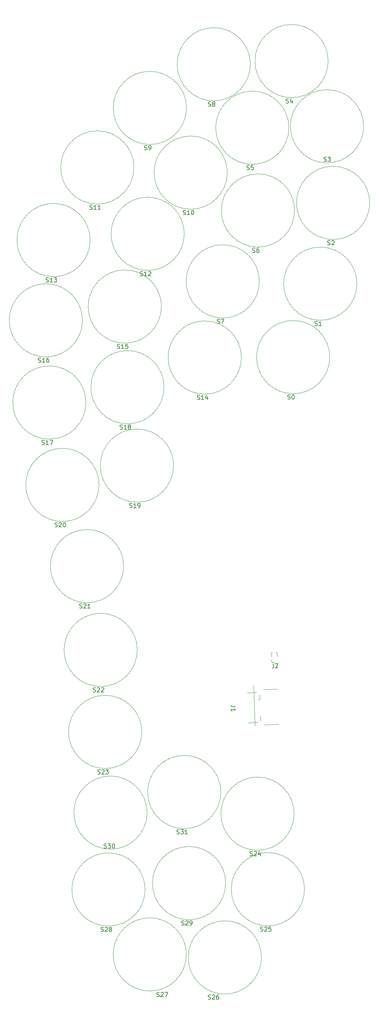
<source format=gto>
G04 #@! TF.GenerationSoftware,KiCad,Pcbnew,(5.0.0)*
G04 #@! TF.CreationDate,2020-01-29T13:40:05+01:00*
G04 #@! TF.ProjectId,Insole_PCB,496E736F6C655F5043422E6B69636164,rev?*
G04 #@! TF.SameCoordinates,Original*
G04 #@! TF.FileFunction,Legend,Top*
G04 #@! TF.FilePolarity,Positive*
%FSLAX46Y46*%
G04 Gerber Fmt 4.6, Leading zero omitted, Abs format (unit mm)*
G04 Created by KiCad (PCBNEW (5.0.0)) date 01/29/20 13:40:05*
%MOMM*%
%LPD*%
G01*
G04 APERTURE LIST*
%ADD10C,0.100000*%
%ADD11C,0.120000*%
%ADD12C,0.010000*%
%ADD13C,0.150000*%
G04 APERTURE END LIST*
D10*
G04 #@! TO.C,S9*
X134269453Y-54280707D02*
G75*
G03X134269453Y-54280707I-8500000J0D01*
G01*
D11*
G04 #@! TO.C,J2*
X154063929Y-182962519D02*
X154757236Y-182914038D01*
X154016146Y-182279188D02*
X154063929Y-182962519D01*
X155268464Y-181504944D02*
X155354977Y-181498895D01*
X153968363Y-181595856D02*
X154054876Y-181589807D01*
X155354977Y-181498895D02*
X155293940Y-180626026D01*
X153968363Y-181595856D02*
X153907326Y-180722988D01*
X154994165Y-180646989D02*
X155293940Y-180626026D01*
X153907326Y-180722988D02*
X154207101Y-180702026D01*
D12*
G04 #@! TO.C,J1*
X150530969Y-189962742D02*
X148382278Y-190037776D01*
X150821745Y-196856794D02*
X148623085Y-196933573D01*
X150148346Y-197630767D02*
X149822035Y-188286462D01*
D11*
X155355329Y-189143875D02*
X152127297Y-189256601D01*
X151240092Y-190498320D02*
X151277783Y-191577662D01*
X151424234Y-195484932D02*
X151461926Y-196564274D01*
X155641505Y-197338880D02*
X152413473Y-197451606D01*
X151277783Y-191577662D02*
X150848045Y-191592669D01*
D10*
G04 #@! TO.C,S0*
X167539453Y-112120707D02*
G75*
G03X167539453Y-112120707I-8500000J0D01*
G01*
G04 #@! TO.C,S1*
X173829453Y-95080707D02*
G75*
G03X173829453Y-95080707I-8500000J0D01*
G01*
G04 #@! TO.C,S2*
X176799453Y-76320707D02*
G75*
G03X176799453Y-76320707I-8500000J0D01*
G01*
G04 #@! TO.C,S3*
X175399453Y-58550707D02*
G75*
G03X175399453Y-58550707I-8500000J0D01*
G01*
G04 #@! TO.C,S4*
X167169453Y-43410707D02*
G75*
G03X167169453Y-43410707I-8500000J0D01*
G01*
G04 #@! TO.C,S5*
X158059453Y-58880707D02*
G75*
G03X158059453Y-58880707I-8500000J0D01*
G01*
G04 #@! TO.C,S6*
X159369453Y-78090707D02*
G75*
G03X159369453Y-78090707I-8500000J0D01*
G01*
G04 #@! TO.C,S7*
X151199453Y-94540707D02*
G75*
G03X151199453Y-94540707I-8500000J0D01*
G01*
G04 #@! TO.C,S8*
X149109453Y-44150707D02*
G75*
G03X149109453Y-44150707I-8500000J0D01*
G01*
G04 #@! TO.C,S10*
X143749453Y-69300707D02*
G75*
G03X143749453Y-69300707I-8500000J0D01*
G01*
G04 #@! TO.C,S11*
X122079453Y-68100707D02*
G75*
G03X122079453Y-68100707I-8500000J0D01*
G01*
G04 #@! TO.C,S12*
X133769453Y-83500707D02*
G75*
G03X133769453Y-83500707I-8500000J0D01*
G01*
G04 #@! TO.C,S13*
X111919453Y-84950707D02*
G75*
G03X111919453Y-84950707I-8500000J0D01*
G01*
G04 #@! TO.C,S14*
X147019453Y-112210707D02*
G75*
G03X147019453Y-112210707I-8500000J0D01*
G01*
G04 #@! TO.C,S15*
X128459453Y-100380707D02*
G75*
G03X128459453Y-100380707I-8500000J0D01*
G01*
G04 #@! TO.C,S16*
X110139453Y-103580707D02*
G75*
G03X110139453Y-103580707I-8500000J0D01*
G01*
G04 #@! TO.C,S17*
X110949453Y-122660707D02*
G75*
G03X110949453Y-122660707I-8500000J0D01*
G01*
G04 #@! TO.C,S18*
X129079453Y-119100707D02*
G75*
G03X129079453Y-119100707I-8500000J0D01*
G01*
G04 #@! TO.C,S19*
X131279453Y-137300707D02*
G75*
G03X131279453Y-137300707I-8500000J0D01*
G01*
G04 #@! TO.C,S20*
X113979453Y-141780707D02*
G75*
G03X113979453Y-141780707I-8500000J0D01*
G01*
G04 #@! TO.C,S21*
X119689453Y-160630707D02*
G75*
G03X119689453Y-160630707I-8500000J0D01*
G01*
G04 #@! TO.C,S22*
X122859453Y-180090707D02*
G75*
G03X122859453Y-180090707I-8500000J0D01*
G01*
G04 #@! TO.C,S23*
X123909453Y-199110707D02*
G75*
G03X123909453Y-199110707I-8500000J0D01*
G01*
G04 #@! TO.C,S24*
X159269453Y-218080707D02*
G75*
G03X159269453Y-218080707I-8500000J0D01*
G01*
G04 #@! TO.C,S25*
X161669453Y-235610707D02*
G75*
G03X161669453Y-235610707I-8500000J0D01*
G01*
G04 #@! TO.C,S26*
X151679453Y-251440707D02*
G75*
G03X151679453Y-251440707I-8500000J0D01*
G01*
G04 #@! TO.C,S27*
X134259453Y-250750707D02*
G75*
G03X134259453Y-250750707I-8500000J0D01*
G01*
G04 #@! TO.C,S28*
X124669453Y-235680707D02*
G75*
G03X124669453Y-235680707I-8500000J0D01*
G01*
G04 #@! TO.C,S29*
X143379453Y-234200707D02*
G75*
G03X143379453Y-234200707I-8500000J0D01*
G01*
G04 #@! TO.C,S30*
X125139453Y-217840707D02*
G75*
G03X125139453Y-217840707I-8500000J0D01*
G01*
G04 #@! TO.C,S31*
X142259453Y-213060707D02*
G75*
G03X142259453Y-213060707I-8500000J0D01*
G01*
G04 #@! TO.C,S9*
D13*
X124507548Y-63985468D02*
X124650405Y-64033087D01*
X124888500Y-64033087D01*
X124983738Y-63985468D01*
X125031357Y-63937849D01*
X125078976Y-63842611D01*
X125078976Y-63747373D01*
X125031357Y-63652135D01*
X124983738Y-63604516D01*
X124888500Y-63556897D01*
X124698024Y-63509278D01*
X124602786Y-63461659D01*
X124555167Y-63414040D01*
X124507548Y-63318802D01*
X124507548Y-63223564D01*
X124555167Y-63128326D01*
X124602786Y-63080707D01*
X124698024Y-63033087D01*
X124936119Y-63033087D01*
X125078976Y-63080707D01*
X125555167Y-64033087D02*
X125745643Y-64033087D01*
X125840881Y-63985468D01*
X125888500Y-63937849D01*
X125983738Y-63794992D01*
X126031357Y-63604516D01*
X126031357Y-63223564D01*
X125983738Y-63128326D01*
X125936119Y-63080707D01*
X125840881Y-63033087D01*
X125650405Y-63033087D01*
X125555167Y-63080707D01*
X125507548Y-63128326D01*
X125459929Y-63223564D01*
X125459929Y-63461659D01*
X125507548Y-63556897D01*
X125555167Y-63604516D01*
X125650405Y-63652135D01*
X125840881Y-63652135D01*
X125936119Y-63604516D01*
X125983738Y-63556897D01*
X126031357Y-63461659D01*
G04 #@! TO.C,J2*
X154447551Y-183263874D02*
X154497377Y-183976419D01*
X154459839Y-184122250D01*
X154371477Y-184223900D01*
X154232289Y-184281368D01*
X154137283Y-184288012D01*
X154881722Y-183328984D02*
X154925903Y-183278159D01*
X155017588Y-183224013D01*
X155255103Y-183207404D01*
X155353431Y-183248264D01*
X155404256Y-183292445D01*
X155458402Y-183384129D01*
X155465046Y-183479135D01*
X155427508Y-183624966D01*
X154897332Y-184234864D01*
X155514872Y-184191681D01*
G04 #@! TO.C,J1*
X145640405Y-193252091D02*
X144926554Y-193277019D01*
X144782122Y-193234414D01*
X144683618Y-193142558D01*
X144631043Y-193001450D01*
X144627719Y-192906270D01*
X144675913Y-194286381D02*
X144655971Y-193715300D01*
X144665942Y-194000841D02*
X145665333Y-193965941D01*
X145519239Y-193875747D01*
X145420735Y-193783890D01*
X145369821Y-193690372D01*
G04 #@! TO.C,S0*
X157777548Y-121825468D02*
X157920405Y-121873087D01*
X158158500Y-121873087D01*
X158253738Y-121825468D01*
X158301357Y-121777849D01*
X158348976Y-121682611D01*
X158348976Y-121587373D01*
X158301357Y-121492135D01*
X158253738Y-121444516D01*
X158158500Y-121396897D01*
X157968024Y-121349278D01*
X157872786Y-121301659D01*
X157825167Y-121254040D01*
X157777548Y-121158802D01*
X157777548Y-121063564D01*
X157825167Y-120968326D01*
X157872786Y-120920707D01*
X157968024Y-120873087D01*
X158206119Y-120873087D01*
X158348976Y-120920707D01*
X158968024Y-120873087D02*
X159063262Y-120873087D01*
X159158500Y-120920707D01*
X159206119Y-120968326D01*
X159253738Y-121063564D01*
X159301357Y-121254040D01*
X159301357Y-121492135D01*
X159253738Y-121682611D01*
X159206119Y-121777849D01*
X159158500Y-121825468D01*
X159063262Y-121873087D01*
X158968024Y-121873087D01*
X158872786Y-121825468D01*
X158825167Y-121777849D01*
X158777548Y-121682611D01*
X158729929Y-121492135D01*
X158729929Y-121254040D01*
X158777548Y-121063564D01*
X158825167Y-120968326D01*
X158872786Y-120920707D01*
X158968024Y-120873087D01*
G04 #@! TO.C,S1*
X164067548Y-104785468D02*
X164210405Y-104833087D01*
X164448500Y-104833087D01*
X164543738Y-104785468D01*
X164591357Y-104737849D01*
X164638976Y-104642611D01*
X164638976Y-104547373D01*
X164591357Y-104452135D01*
X164543738Y-104404516D01*
X164448500Y-104356897D01*
X164258024Y-104309278D01*
X164162786Y-104261659D01*
X164115167Y-104214040D01*
X164067548Y-104118802D01*
X164067548Y-104023564D01*
X164115167Y-103928326D01*
X164162786Y-103880707D01*
X164258024Y-103833087D01*
X164496119Y-103833087D01*
X164638976Y-103880707D01*
X165591357Y-104833087D02*
X165019929Y-104833087D01*
X165305643Y-104833087D02*
X165305643Y-103833087D01*
X165210405Y-103975945D01*
X165115167Y-104071183D01*
X165019929Y-104118802D01*
G04 #@! TO.C,S2*
X167037548Y-86025468D02*
X167180405Y-86073087D01*
X167418500Y-86073087D01*
X167513738Y-86025468D01*
X167561357Y-85977849D01*
X167608976Y-85882611D01*
X167608976Y-85787373D01*
X167561357Y-85692135D01*
X167513738Y-85644516D01*
X167418500Y-85596897D01*
X167228024Y-85549278D01*
X167132786Y-85501659D01*
X167085167Y-85454040D01*
X167037548Y-85358802D01*
X167037548Y-85263564D01*
X167085167Y-85168326D01*
X167132786Y-85120707D01*
X167228024Y-85073087D01*
X167466119Y-85073087D01*
X167608976Y-85120707D01*
X167989929Y-85168326D02*
X168037548Y-85120707D01*
X168132786Y-85073087D01*
X168370881Y-85073087D01*
X168466119Y-85120707D01*
X168513738Y-85168326D01*
X168561357Y-85263564D01*
X168561357Y-85358802D01*
X168513738Y-85501659D01*
X167942310Y-86073087D01*
X168561357Y-86073087D01*
G04 #@! TO.C,S3*
X166197548Y-66655468D02*
X166340405Y-66703087D01*
X166578500Y-66703087D01*
X166673738Y-66655468D01*
X166721357Y-66607849D01*
X166768976Y-66512611D01*
X166768976Y-66417373D01*
X166721357Y-66322135D01*
X166673738Y-66274516D01*
X166578500Y-66226897D01*
X166388024Y-66179278D01*
X166292786Y-66131659D01*
X166245167Y-66084040D01*
X166197548Y-65988802D01*
X166197548Y-65893564D01*
X166245167Y-65798326D01*
X166292786Y-65750707D01*
X166388024Y-65703087D01*
X166626119Y-65703087D01*
X166768976Y-65750707D01*
X167102310Y-65703087D02*
X167721357Y-65703087D01*
X167388024Y-66084040D01*
X167530881Y-66084040D01*
X167626119Y-66131659D01*
X167673738Y-66179278D01*
X167721357Y-66274516D01*
X167721357Y-66512611D01*
X167673738Y-66607849D01*
X167626119Y-66655468D01*
X167530881Y-66703087D01*
X167245167Y-66703087D01*
X167149929Y-66655468D01*
X167102310Y-66607849D01*
G04 #@! TO.C,S4*
X157407548Y-53115468D02*
X157550405Y-53163087D01*
X157788500Y-53163087D01*
X157883738Y-53115468D01*
X157931357Y-53067849D01*
X157978976Y-52972611D01*
X157978976Y-52877373D01*
X157931357Y-52782135D01*
X157883738Y-52734516D01*
X157788500Y-52686897D01*
X157598024Y-52639278D01*
X157502786Y-52591659D01*
X157455167Y-52544040D01*
X157407548Y-52448802D01*
X157407548Y-52353564D01*
X157455167Y-52258326D01*
X157502786Y-52210707D01*
X157598024Y-52163087D01*
X157836119Y-52163087D01*
X157978976Y-52210707D01*
X158836119Y-52496421D02*
X158836119Y-53163087D01*
X158598024Y-52115468D02*
X158359929Y-52829754D01*
X158978976Y-52829754D01*
G04 #@! TO.C,S5*
X148297548Y-68585468D02*
X148440405Y-68633087D01*
X148678500Y-68633087D01*
X148773738Y-68585468D01*
X148821357Y-68537849D01*
X148868976Y-68442611D01*
X148868976Y-68347373D01*
X148821357Y-68252135D01*
X148773738Y-68204516D01*
X148678500Y-68156897D01*
X148488024Y-68109278D01*
X148392786Y-68061659D01*
X148345167Y-68014040D01*
X148297548Y-67918802D01*
X148297548Y-67823564D01*
X148345167Y-67728326D01*
X148392786Y-67680707D01*
X148488024Y-67633087D01*
X148726119Y-67633087D01*
X148868976Y-67680707D01*
X149773738Y-67633087D02*
X149297548Y-67633087D01*
X149249929Y-68109278D01*
X149297548Y-68061659D01*
X149392786Y-68014040D01*
X149630881Y-68014040D01*
X149726119Y-68061659D01*
X149773738Y-68109278D01*
X149821357Y-68204516D01*
X149821357Y-68442611D01*
X149773738Y-68537849D01*
X149726119Y-68585468D01*
X149630881Y-68633087D01*
X149392786Y-68633087D01*
X149297548Y-68585468D01*
X149249929Y-68537849D01*
G04 #@! TO.C,S6*
X149607548Y-87795468D02*
X149750405Y-87843087D01*
X149988500Y-87843087D01*
X150083738Y-87795468D01*
X150131357Y-87747849D01*
X150178976Y-87652611D01*
X150178976Y-87557373D01*
X150131357Y-87462135D01*
X150083738Y-87414516D01*
X149988500Y-87366897D01*
X149798024Y-87319278D01*
X149702786Y-87271659D01*
X149655167Y-87224040D01*
X149607548Y-87128802D01*
X149607548Y-87033564D01*
X149655167Y-86938326D01*
X149702786Y-86890707D01*
X149798024Y-86843087D01*
X150036119Y-86843087D01*
X150178976Y-86890707D01*
X151036119Y-86843087D02*
X150845643Y-86843087D01*
X150750405Y-86890707D01*
X150702786Y-86938326D01*
X150607548Y-87081183D01*
X150559929Y-87271659D01*
X150559929Y-87652611D01*
X150607548Y-87747849D01*
X150655167Y-87795468D01*
X150750405Y-87843087D01*
X150940881Y-87843087D01*
X151036119Y-87795468D01*
X151083738Y-87747849D01*
X151131357Y-87652611D01*
X151131357Y-87414516D01*
X151083738Y-87319278D01*
X151036119Y-87271659D01*
X150940881Y-87224040D01*
X150750405Y-87224040D01*
X150655167Y-87271659D01*
X150607548Y-87319278D01*
X150559929Y-87414516D01*
G04 #@! TO.C,S7*
X141437548Y-104245468D02*
X141580405Y-104293087D01*
X141818500Y-104293087D01*
X141913738Y-104245468D01*
X141961357Y-104197849D01*
X142008976Y-104102611D01*
X142008976Y-104007373D01*
X141961357Y-103912135D01*
X141913738Y-103864516D01*
X141818500Y-103816897D01*
X141628024Y-103769278D01*
X141532786Y-103721659D01*
X141485167Y-103674040D01*
X141437548Y-103578802D01*
X141437548Y-103483564D01*
X141485167Y-103388326D01*
X141532786Y-103340707D01*
X141628024Y-103293087D01*
X141866119Y-103293087D01*
X142008976Y-103340707D01*
X142342310Y-103293087D02*
X143008976Y-103293087D01*
X142580405Y-104293087D01*
G04 #@! TO.C,S8*
X139347548Y-53855468D02*
X139490405Y-53903087D01*
X139728500Y-53903087D01*
X139823738Y-53855468D01*
X139871357Y-53807849D01*
X139918976Y-53712611D01*
X139918976Y-53617373D01*
X139871357Y-53522135D01*
X139823738Y-53474516D01*
X139728500Y-53426897D01*
X139538024Y-53379278D01*
X139442786Y-53331659D01*
X139395167Y-53284040D01*
X139347548Y-53188802D01*
X139347548Y-53093564D01*
X139395167Y-52998326D01*
X139442786Y-52950707D01*
X139538024Y-52903087D01*
X139776119Y-52903087D01*
X139918976Y-52950707D01*
X140490405Y-53331659D02*
X140395167Y-53284040D01*
X140347548Y-53236421D01*
X140299929Y-53141183D01*
X140299929Y-53093564D01*
X140347548Y-52998326D01*
X140395167Y-52950707D01*
X140490405Y-52903087D01*
X140680881Y-52903087D01*
X140776119Y-52950707D01*
X140823738Y-52998326D01*
X140871357Y-53093564D01*
X140871357Y-53141183D01*
X140823738Y-53236421D01*
X140776119Y-53284040D01*
X140680881Y-53331659D01*
X140490405Y-53331659D01*
X140395167Y-53379278D01*
X140347548Y-53426897D01*
X140299929Y-53522135D01*
X140299929Y-53712611D01*
X140347548Y-53807849D01*
X140395167Y-53855468D01*
X140490405Y-53903087D01*
X140680881Y-53903087D01*
X140776119Y-53855468D01*
X140823738Y-53807849D01*
X140871357Y-53712611D01*
X140871357Y-53522135D01*
X140823738Y-53426897D01*
X140776119Y-53379278D01*
X140680881Y-53331659D01*
G04 #@! TO.C,S10*
X133511357Y-79005468D02*
X133654214Y-79053087D01*
X133892310Y-79053087D01*
X133987548Y-79005468D01*
X134035167Y-78957849D01*
X134082786Y-78862611D01*
X134082786Y-78767373D01*
X134035167Y-78672135D01*
X133987548Y-78624516D01*
X133892310Y-78576897D01*
X133701833Y-78529278D01*
X133606595Y-78481659D01*
X133558976Y-78434040D01*
X133511357Y-78338802D01*
X133511357Y-78243564D01*
X133558976Y-78148326D01*
X133606595Y-78100707D01*
X133701833Y-78053087D01*
X133939929Y-78053087D01*
X134082786Y-78100707D01*
X135035167Y-79053087D02*
X134463738Y-79053087D01*
X134749453Y-79053087D02*
X134749453Y-78053087D01*
X134654214Y-78195945D01*
X134558976Y-78291183D01*
X134463738Y-78338802D01*
X135654214Y-78053087D02*
X135749453Y-78053087D01*
X135844691Y-78100707D01*
X135892310Y-78148326D01*
X135939929Y-78243564D01*
X135987548Y-78434040D01*
X135987548Y-78672135D01*
X135939929Y-78862611D01*
X135892310Y-78957849D01*
X135844691Y-79005468D01*
X135749453Y-79053087D01*
X135654214Y-79053087D01*
X135558976Y-79005468D01*
X135511357Y-78957849D01*
X135463738Y-78862611D01*
X135416119Y-78672135D01*
X135416119Y-78434040D01*
X135463738Y-78243564D01*
X135511357Y-78148326D01*
X135558976Y-78100707D01*
X135654214Y-78053087D01*
G04 #@! TO.C,S11*
X111841357Y-77805468D02*
X111984214Y-77853087D01*
X112222310Y-77853087D01*
X112317548Y-77805468D01*
X112365167Y-77757849D01*
X112412786Y-77662611D01*
X112412786Y-77567373D01*
X112365167Y-77472135D01*
X112317548Y-77424516D01*
X112222310Y-77376897D01*
X112031833Y-77329278D01*
X111936595Y-77281659D01*
X111888976Y-77234040D01*
X111841357Y-77138802D01*
X111841357Y-77043564D01*
X111888976Y-76948326D01*
X111936595Y-76900707D01*
X112031833Y-76853087D01*
X112269929Y-76853087D01*
X112412786Y-76900707D01*
X113365167Y-77853087D02*
X112793738Y-77853087D01*
X113079453Y-77853087D02*
X113079453Y-76853087D01*
X112984214Y-76995945D01*
X112888976Y-77091183D01*
X112793738Y-77138802D01*
X114317548Y-77853087D02*
X113746119Y-77853087D01*
X114031833Y-77853087D02*
X114031833Y-76853087D01*
X113936595Y-76995945D01*
X113841357Y-77091183D01*
X113746119Y-77138802D01*
G04 #@! TO.C,S12*
X123531357Y-93205468D02*
X123674214Y-93253087D01*
X123912310Y-93253087D01*
X124007548Y-93205468D01*
X124055167Y-93157849D01*
X124102786Y-93062611D01*
X124102786Y-92967373D01*
X124055167Y-92872135D01*
X124007548Y-92824516D01*
X123912310Y-92776897D01*
X123721833Y-92729278D01*
X123626595Y-92681659D01*
X123578976Y-92634040D01*
X123531357Y-92538802D01*
X123531357Y-92443564D01*
X123578976Y-92348326D01*
X123626595Y-92300707D01*
X123721833Y-92253087D01*
X123959929Y-92253087D01*
X124102786Y-92300707D01*
X125055167Y-93253087D02*
X124483738Y-93253087D01*
X124769453Y-93253087D02*
X124769453Y-92253087D01*
X124674214Y-92395945D01*
X124578976Y-92491183D01*
X124483738Y-92538802D01*
X125436119Y-92348326D02*
X125483738Y-92300707D01*
X125578976Y-92253087D01*
X125817072Y-92253087D01*
X125912310Y-92300707D01*
X125959929Y-92348326D01*
X126007548Y-92443564D01*
X126007548Y-92538802D01*
X125959929Y-92681659D01*
X125388500Y-93253087D01*
X126007548Y-93253087D01*
G04 #@! TO.C,S13*
X101681357Y-94655468D02*
X101824214Y-94703087D01*
X102062310Y-94703087D01*
X102157548Y-94655468D01*
X102205167Y-94607849D01*
X102252786Y-94512611D01*
X102252786Y-94417373D01*
X102205167Y-94322135D01*
X102157548Y-94274516D01*
X102062310Y-94226897D01*
X101871833Y-94179278D01*
X101776595Y-94131659D01*
X101728976Y-94084040D01*
X101681357Y-93988802D01*
X101681357Y-93893564D01*
X101728976Y-93798326D01*
X101776595Y-93750707D01*
X101871833Y-93703087D01*
X102109929Y-93703087D01*
X102252786Y-93750707D01*
X103205167Y-94703087D02*
X102633738Y-94703087D01*
X102919453Y-94703087D02*
X102919453Y-93703087D01*
X102824214Y-93845945D01*
X102728976Y-93941183D01*
X102633738Y-93988802D01*
X103538500Y-93703087D02*
X104157548Y-93703087D01*
X103824214Y-94084040D01*
X103967072Y-94084040D01*
X104062310Y-94131659D01*
X104109929Y-94179278D01*
X104157548Y-94274516D01*
X104157548Y-94512611D01*
X104109929Y-94607849D01*
X104062310Y-94655468D01*
X103967072Y-94703087D01*
X103681357Y-94703087D01*
X103586119Y-94655468D01*
X103538500Y-94607849D01*
G04 #@! TO.C,S14*
X136781357Y-121915468D02*
X136924214Y-121963087D01*
X137162310Y-121963087D01*
X137257548Y-121915468D01*
X137305167Y-121867849D01*
X137352786Y-121772611D01*
X137352786Y-121677373D01*
X137305167Y-121582135D01*
X137257548Y-121534516D01*
X137162310Y-121486897D01*
X136971833Y-121439278D01*
X136876595Y-121391659D01*
X136828976Y-121344040D01*
X136781357Y-121248802D01*
X136781357Y-121153564D01*
X136828976Y-121058326D01*
X136876595Y-121010707D01*
X136971833Y-120963087D01*
X137209929Y-120963087D01*
X137352786Y-121010707D01*
X138305167Y-121963087D02*
X137733738Y-121963087D01*
X138019453Y-121963087D02*
X138019453Y-120963087D01*
X137924214Y-121105945D01*
X137828976Y-121201183D01*
X137733738Y-121248802D01*
X139162310Y-121296421D02*
X139162310Y-121963087D01*
X138924214Y-120915468D02*
X138686119Y-121629754D01*
X139305167Y-121629754D01*
G04 #@! TO.C,S15*
X118221357Y-110085468D02*
X118364214Y-110133087D01*
X118602310Y-110133087D01*
X118697548Y-110085468D01*
X118745167Y-110037849D01*
X118792786Y-109942611D01*
X118792786Y-109847373D01*
X118745167Y-109752135D01*
X118697548Y-109704516D01*
X118602310Y-109656897D01*
X118411833Y-109609278D01*
X118316595Y-109561659D01*
X118268976Y-109514040D01*
X118221357Y-109418802D01*
X118221357Y-109323564D01*
X118268976Y-109228326D01*
X118316595Y-109180707D01*
X118411833Y-109133087D01*
X118649929Y-109133087D01*
X118792786Y-109180707D01*
X119745167Y-110133087D02*
X119173738Y-110133087D01*
X119459453Y-110133087D02*
X119459453Y-109133087D01*
X119364214Y-109275945D01*
X119268976Y-109371183D01*
X119173738Y-109418802D01*
X120649929Y-109133087D02*
X120173738Y-109133087D01*
X120126119Y-109609278D01*
X120173738Y-109561659D01*
X120268976Y-109514040D01*
X120507072Y-109514040D01*
X120602310Y-109561659D01*
X120649929Y-109609278D01*
X120697548Y-109704516D01*
X120697548Y-109942611D01*
X120649929Y-110037849D01*
X120602310Y-110085468D01*
X120507072Y-110133087D01*
X120268976Y-110133087D01*
X120173738Y-110085468D01*
X120126119Y-110037849D01*
G04 #@! TO.C,S16*
X99901357Y-113285468D02*
X100044214Y-113333087D01*
X100282310Y-113333087D01*
X100377548Y-113285468D01*
X100425167Y-113237849D01*
X100472786Y-113142611D01*
X100472786Y-113047373D01*
X100425167Y-112952135D01*
X100377548Y-112904516D01*
X100282310Y-112856897D01*
X100091833Y-112809278D01*
X99996595Y-112761659D01*
X99948976Y-112714040D01*
X99901357Y-112618802D01*
X99901357Y-112523564D01*
X99948976Y-112428326D01*
X99996595Y-112380707D01*
X100091833Y-112333087D01*
X100329929Y-112333087D01*
X100472786Y-112380707D01*
X101425167Y-113333087D02*
X100853738Y-113333087D01*
X101139453Y-113333087D02*
X101139453Y-112333087D01*
X101044214Y-112475945D01*
X100948976Y-112571183D01*
X100853738Y-112618802D01*
X102282310Y-112333087D02*
X102091833Y-112333087D01*
X101996595Y-112380707D01*
X101948976Y-112428326D01*
X101853738Y-112571183D01*
X101806119Y-112761659D01*
X101806119Y-113142611D01*
X101853738Y-113237849D01*
X101901357Y-113285468D01*
X101996595Y-113333087D01*
X102187072Y-113333087D01*
X102282310Y-113285468D01*
X102329929Y-113237849D01*
X102377548Y-113142611D01*
X102377548Y-112904516D01*
X102329929Y-112809278D01*
X102282310Y-112761659D01*
X102187072Y-112714040D01*
X101996595Y-112714040D01*
X101901357Y-112761659D01*
X101853738Y-112809278D01*
X101806119Y-112904516D01*
G04 #@! TO.C,S17*
X100711357Y-132365468D02*
X100854214Y-132413087D01*
X101092310Y-132413087D01*
X101187548Y-132365468D01*
X101235167Y-132317849D01*
X101282786Y-132222611D01*
X101282786Y-132127373D01*
X101235167Y-132032135D01*
X101187548Y-131984516D01*
X101092310Y-131936897D01*
X100901833Y-131889278D01*
X100806595Y-131841659D01*
X100758976Y-131794040D01*
X100711357Y-131698802D01*
X100711357Y-131603564D01*
X100758976Y-131508326D01*
X100806595Y-131460707D01*
X100901833Y-131413087D01*
X101139929Y-131413087D01*
X101282786Y-131460707D01*
X102235167Y-132413087D02*
X101663738Y-132413087D01*
X101949453Y-132413087D02*
X101949453Y-131413087D01*
X101854214Y-131555945D01*
X101758976Y-131651183D01*
X101663738Y-131698802D01*
X102568500Y-131413087D02*
X103235167Y-131413087D01*
X102806595Y-132413087D01*
G04 #@! TO.C,S18*
X118841357Y-128805468D02*
X118984214Y-128853087D01*
X119222310Y-128853087D01*
X119317548Y-128805468D01*
X119365167Y-128757849D01*
X119412786Y-128662611D01*
X119412786Y-128567373D01*
X119365167Y-128472135D01*
X119317548Y-128424516D01*
X119222310Y-128376897D01*
X119031833Y-128329278D01*
X118936595Y-128281659D01*
X118888976Y-128234040D01*
X118841357Y-128138802D01*
X118841357Y-128043564D01*
X118888976Y-127948326D01*
X118936595Y-127900707D01*
X119031833Y-127853087D01*
X119269929Y-127853087D01*
X119412786Y-127900707D01*
X120365167Y-128853087D02*
X119793738Y-128853087D01*
X120079453Y-128853087D02*
X120079453Y-127853087D01*
X119984214Y-127995945D01*
X119888976Y-128091183D01*
X119793738Y-128138802D01*
X120936595Y-128281659D02*
X120841357Y-128234040D01*
X120793738Y-128186421D01*
X120746119Y-128091183D01*
X120746119Y-128043564D01*
X120793738Y-127948326D01*
X120841357Y-127900707D01*
X120936595Y-127853087D01*
X121127072Y-127853087D01*
X121222310Y-127900707D01*
X121269929Y-127948326D01*
X121317548Y-128043564D01*
X121317548Y-128091183D01*
X121269929Y-128186421D01*
X121222310Y-128234040D01*
X121127072Y-128281659D01*
X120936595Y-128281659D01*
X120841357Y-128329278D01*
X120793738Y-128376897D01*
X120746119Y-128472135D01*
X120746119Y-128662611D01*
X120793738Y-128757849D01*
X120841357Y-128805468D01*
X120936595Y-128853087D01*
X121127072Y-128853087D01*
X121222310Y-128805468D01*
X121269929Y-128757849D01*
X121317548Y-128662611D01*
X121317548Y-128472135D01*
X121269929Y-128376897D01*
X121222310Y-128329278D01*
X121127072Y-128281659D01*
G04 #@! TO.C,S19*
X121041357Y-147005468D02*
X121184214Y-147053087D01*
X121422310Y-147053087D01*
X121517548Y-147005468D01*
X121565167Y-146957849D01*
X121612786Y-146862611D01*
X121612786Y-146767373D01*
X121565167Y-146672135D01*
X121517548Y-146624516D01*
X121422310Y-146576897D01*
X121231833Y-146529278D01*
X121136595Y-146481659D01*
X121088976Y-146434040D01*
X121041357Y-146338802D01*
X121041357Y-146243564D01*
X121088976Y-146148326D01*
X121136595Y-146100707D01*
X121231833Y-146053087D01*
X121469929Y-146053087D01*
X121612786Y-146100707D01*
X122565167Y-147053087D02*
X121993738Y-147053087D01*
X122279453Y-147053087D02*
X122279453Y-146053087D01*
X122184214Y-146195945D01*
X122088976Y-146291183D01*
X121993738Y-146338802D01*
X123041357Y-147053087D02*
X123231833Y-147053087D01*
X123327072Y-147005468D01*
X123374691Y-146957849D01*
X123469929Y-146814992D01*
X123517548Y-146624516D01*
X123517548Y-146243564D01*
X123469929Y-146148326D01*
X123422310Y-146100707D01*
X123327072Y-146053087D01*
X123136595Y-146053087D01*
X123041357Y-146100707D01*
X122993738Y-146148326D01*
X122946119Y-146243564D01*
X122946119Y-146481659D01*
X122993738Y-146576897D01*
X123041357Y-146624516D01*
X123136595Y-146672135D01*
X123327072Y-146672135D01*
X123422310Y-146624516D01*
X123469929Y-146576897D01*
X123517548Y-146481659D01*
G04 #@! TO.C,S20*
X103741357Y-151485468D02*
X103884214Y-151533087D01*
X104122310Y-151533087D01*
X104217548Y-151485468D01*
X104265167Y-151437849D01*
X104312786Y-151342611D01*
X104312786Y-151247373D01*
X104265167Y-151152135D01*
X104217548Y-151104516D01*
X104122310Y-151056897D01*
X103931833Y-151009278D01*
X103836595Y-150961659D01*
X103788976Y-150914040D01*
X103741357Y-150818802D01*
X103741357Y-150723564D01*
X103788976Y-150628326D01*
X103836595Y-150580707D01*
X103931833Y-150533087D01*
X104169929Y-150533087D01*
X104312786Y-150580707D01*
X104693738Y-150628326D02*
X104741357Y-150580707D01*
X104836595Y-150533087D01*
X105074691Y-150533087D01*
X105169929Y-150580707D01*
X105217548Y-150628326D01*
X105265167Y-150723564D01*
X105265167Y-150818802D01*
X105217548Y-150961659D01*
X104646119Y-151533087D01*
X105265167Y-151533087D01*
X105884214Y-150533087D02*
X105979453Y-150533087D01*
X106074691Y-150580707D01*
X106122310Y-150628326D01*
X106169929Y-150723564D01*
X106217548Y-150914040D01*
X106217548Y-151152135D01*
X106169929Y-151342611D01*
X106122310Y-151437849D01*
X106074691Y-151485468D01*
X105979453Y-151533087D01*
X105884214Y-151533087D01*
X105788976Y-151485468D01*
X105741357Y-151437849D01*
X105693738Y-151342611D01*
X105646119Y-151152135D01*
X105646119Y-150914040D01*
X105693738Y-150723564D01*
X105741357Y-150628326D01*
X105788976Y-150580707D01*
X105884214Y-150533087D01*
G04 #@! TO.C,S21*
X109451357Y-170335468D02*
X109594214Y-170383087D01*
X109832310Y-170383087D01*
X109927548Y-170335468D01*
X109975167Y-170287849D01*
X110022786Y-170192611D01*
X110022786Y-170097373D01*
X109975167Y-170002135D01*
X109927548Y-169954516D01*
X109832310Y-169906897D01*
X109641833Y-169859278D01*
X109546595Y-169811659D01*
X109498976Y-169764040D01*
X109451357Y-169668802D01*
X109451357Y-169573564D01*
X109498976Y-169478326D01*
X109546595Y-169430707D01*
X109641833Y-169383087D01*
X109879929Y-169383087D01*
X110022786Y-169430707D01*
X110403738Y-169478326D02*
X110451357Y-169430707D01*
X110546595Y-169383087D01*
X110784691Y-169383087D01*
X110879929Y-169430707D01*
X110927548Y-169478326D01*
X110975167Y-169573564D01*
X110975167Y-169668802D01*
X110927548Y-169811659D01*
X110356119Y-170383087D01*
X110975167Y-170383087D01*
X111927548Y-170383087D02*
X111356119Y-170383087D01*
X111641833Y-170383087D02*
X111641833Y-169383087D01*
X111546595Y-169525945D01*
X111451357Y-169621183D01*
X111356119Y-169668802D01*
G04 #@! TO.C,S22*
X112621357Y-189795468D02*
X112764214Y-189843087D01*
X113002310Y-189843087D01*
X113097548Y-189795468D01*
X113145167Y-189747849D01*
X113192786Y-189652611D01*
X113192786Y-189557373D01*
X113145167Y-189462135D01*
X113097548Y-189414516D01*
X113002310Y-189366897D01*
X112811833Y-189319278D01*
X112716595Y-189271659D01*
X112668976Y-189224040D01*
X112621357Y-189128802D01*
X112621357Y-189033564D01*
X112668976Y-188938326D01*
X112716595Y-188890707D01*
X112811833Y-188843087D01*
X113049929Y-188843087D01*
X113192786Y-188890707D01*
X113573738Y-188938326D02*
X113621357Y-188890707D01*
X113716595Y-188843087D01*
X113954691Y-188843087D01*
X114049929Y-188890707D01*
X114097548Y-188938326D01*
X114145167Y-189033564D01*
X114145167Y-189128802D01*
X114097548Y-189271659D01*
X113526119Y-189843087D01*
X114145167Y-189843087D01*
X114526119Y-188938326D02*
X114573738Y-188890707D01*
X114668976Y-188843087D01*
X114907072Y-188843087D01*
X115002310Y-188890707D01*
X115049929Y-188938326D01*
X115097548Y-189033564D01*
X115097548Y-189128802D01*
X115049929Y-189271659D01*
X114478500Y-189843087D01*
X115097548Y-189843087D01*
G04 #@! TO.C,S23*
X113671357Y-208815468D02*
X113814214Y-208863087D01*
X114052310Y-208863087D01*
X114147548Y-208815468D01*
X114195167Y-208767849D01*
X114242786Y-208672611D01*
X114242786Y-208577373D01*
X114195167Y-208482135D01*
X114147548Y-208434516D01*
X114052310Y-208386897D01*
X113861833Y-208339278D01*
X113766595Y-208291659D01*
X113718976Y-208244040D01*
X113671357Y-208148802D01*
X113671357Y-208053564D01*
X113718976Y-207958326D01*
X113766595Y-207910707D01*
X113861833Y-207863087D01*
X114099929Y-207863087D01*
X114242786Y-207910707D01*
X114623738Y-207958326D02*
X114671357Y-207910707D01*
X114766595Y-207863087D01*
X115004691Y-207863087D01*
X115099929Y-207910707D01*
X115147548Y-207958326D01*
X115195167Y-208053564D01*
X115195167Y-208148802D01*
X115147548Y-208291659D01*
X114576119Y-208863087D01*
X115195167Y-208863087D01*
X115528500Y-207863087D02*
X116147548Y-207863087D01*
X115814214Y-208244040D01*
X115957072Y-208244040D01*
X116052310Y-208291659D01*
X116099929Y-208339278D01*
X116147548Y-208434516D01*
X116147548Y-208672611D01*
X116099929Y-208767849D01*
X116052310Y-208815468D01*
X115957072Y-208863087D01*
X115671357Y-208863087D01*
X115576119Y-208815468D01*
X115528500Y-208767849D01*
G04 #@! TO.C,S24*
X149031357Y-227785468D02*
X149174214Y-227833087D01*
X149412310Y-227833087D01*
X149507548Y-227785468D01*
X149555167Y-227737849D01*
X149602786Y-227642611D01*
X149602786Y-227547373D01*
X149555167Y-227452135D01*
X149507548Y-227404516D01*
X149412310Y-227356897D01*
X149221833Y-227309278D01*
X149126595Y-227261659D01*
X149078976Y-227214040D01*
X149031357Y-227118802D01*
X149031357Y-227023564D01*
X149078976Y-226928326D01*
X149126595Y-226880707D01*
X149221833Y-226833087D01*
X149459929Y-226833087D01*
X149602786Y-226880707D01*
X149983738Y-226928326D02*
X150031357Y-226880707D01*
X150126595Y-226833087D01*
X150364691Y-226833087D01*
X150459929Y-226880707D01*
X150507548Y-226928326D01*
X150555167Y-227023564D01*
X150555167Y-227118802D01*
X150507548Y-227261659D01*
X149936119Y-227833087D01*
X150555167Y-227833087D01*
X151412310Y-227166421D02*
X151412310Y-227833087D01*
X151174214Y-226785468D02*
X150936119Y-227499754D01*
X151555167Y-227499754D01*
G04 #@! TO.C,S25*
X151431357Y-245315468D02*
X151574214Y-245363087D01*
X151812310Y-245363087D01*
X151907548Y-245315468D01*
X151955167Y-245267849D01*
X152002786Y-245172611D01*
X152002786Y-245077373D01*
X151955167Y-244982135D01*
X151907548Y-244934516D01*
X151812310Y-244886897D01*
X151621833Y-244839278D01*
X151526595Y-244791659D01*
X151478976Y-244744040D01*
X151431357Y-244648802D01*
X151431357Y-244553564D01*
X151478976Y-244458326D01*
X151526595Y-244410707D01*
X151621833Y-244363087D01*
X151859929Y-244363087D01*
X152002786Y-244410707D01*
X152383738Y-244458326D02*
X152431357Y-244410707D01*
X152526595Y-244363087D01*
X152764691Y-244363087D01*
X152859929Y-244410707D01*
X152907548Y-244458326D01*
X152955167Y-244553564D01*
X152955167Y-244648802D01*
X152907548Y-244791659D01*
X152336119Y-245363087D01*
X152955167Y-245363087D01*
X153859929Y-244363087D02*
X153383738Y-244363087D01*
X153336119Y-244839278D01*
X153383738Y-244791659D01*
X153478976Y-244744040D01*
X153717072Y-244744040D01*
X153812310Y-244791659D01*
X153859929Y-244839278D01*
X153907548Y-244934516D01*
X153907548Y-245172611D01*
X153859929Y-245267849D01*
X153812310Y-245315468D01*
X153717072Y-245363087D01*
X153478976Y-245363087D01*
X153383738Y-245315468D01*
X153336119Y-245267849D01*
G04 #@! TO.C,S26*
X139311357Y-261115468D02*
X139454214Y-261163087D01*
X139692310Y-261163087D01*
X139787548Y-261115468D01*
X139835167Y-261067849D01*
X139882786Y-260972611D01*
X139882786Y-260877373D01*
X139835167Y-260782135D01*
X139787548Y-260734516D01*
X139692310Y-260686897D01*
X139501833Y-260639278D01*
X139406595Y-260591659D01*
X139358976Y-260544040D01*
X139311357Y-260448802D01*
X139311357Y-260353564D01*
X139358976Y-260258326D01*
X139406595Y-260210707D01*
X139501833Y-260163087D01*
X139739929Y-260163087D01*
X139882786Y-260210707D01*
X140263738Y-260258326D02*
X140311357Y-260210707D01*
X140406595Y-260163087D01*
X140644691Y-260163087D01*
X140739929Y-260210707D01*
X140787548Y-260258326D01*
X140835167Y-260353564D01*
X140835167Y-260448802D01*
X140787548Y-260591659D01*
X140216119Y-261163087D01*
X140835167Y-261163087D01*
X141692310Y-260163087D02*
X141501833Y-260163087D01*
X141406595Y-260210707D01*
X141358976Y-260258326D01*
X141263738Y-260401183D01*
X141216119Y-260591659D01*
X141216119Y-260972611D01*
X141263738Y-261067849D01*
X141311357Y-261115468D01*
X141406595Y-261163087D01*
X141597072Y-261163087D01*
X141692310Y-261115468D01*
X141739929Y-261067849D01*
X141787548Y-260972611D01*
X141787548Y-260734516D01*
X141739929Y-260639278D01*
X141692310Y-260591659D01*
X141597072Y-260544040D01*
X141406595Y-260544040D01*
X141311357Y-260591659D01*
X141263738Y-260639278D01*
X141216119Y-260734516D01*
G04 #@! TO.C,S27*
X127381357Y-260505468D02*
X127524214Y-260553087D01*
X127762310Y-260553087D01*
X127857548Y-260505468D01*
X127905167Y-260457849D01*
X127952786Y-260362611D01*
X127952786Y-260267373D01*
X127905167Y-260172135D01*
X127857548Y-260124516D01*
X127762310Y-260076897D01*
X127571833Y-260029278D01*
X127476595Y-259981659D01*
X127428976Y-259934040D01*
X127381357Y-259838802D01*
X127381357Y-259743564D01*
X127428976Y-259648326D01*
X127476595Y-259600707D01*
X127571833Y-259553087D01*
X127809929Y-259553087D01*
X127952786Y-259600707D01*
X128333738Y-259648326D02*
X128381357Y-259600707D01*
X128476595Y-259553087D01*
X128714691Y-259553087D01*
X128809929Y-259600707D01*
X128857548Y-259648326D01*
X128905167Y-259743564D01*
X128905167Y-259838802D01*
X128857548Y-259981659D01*
X128286119Y-260553087D01*
X128905167Y-260553087D01*
X129238500Y-259553087D02*
X129905167Y-259553087D01*
X129476595Y-260553087D01*
G04 #@! TO.C,S28*
X114431357Y-245385468D02*
X114574214Y-245433087D01*
X114812310Y-245433087D01*
X114907548Y-245385468D01*
X114955167Y-245337849D01*
X115002786Y-245242611D01*
X115002786Y-245147373D01*
X114955167Y-245052135D01*
X114907548Y-245004516D01*
X114812310Y-244956897D01*
X114621833Y-244909278D01*
X114526595Y-244861659D01*
X114478976Y-244814040D01*
X114431357Y-244718802D01*
X114431357Y-244623564D01*
X114478976Y-244528326D01*
X114526595Y-244480707D01*
X114621833Y-244433087D01*
X114859929Y-244433087D01*
X115002786Y-244480707D01*
X115383738Y-244528326D02*
X115431357Y-244480707D01*
X115526595Y-244433087D01*
X115764691Y-244433087D01*
X115859929Y-244480707D01*
X115907548Y-244528326D01*
X115955167Y-244623564D01*
X115955167Y-244718802D01*
X115907548Y-244861659D01*
X115336119Y-245433087D01*
X115955167Y-245433087D01*
X116526595Y-244861659D02*
X116431357Y-244814040D01*
X116383738Y-244766421D01*
X116336119Y-244671183D01*
X116336119Y-244623564D01*
X116383738Y-244528326D01*
X116431357Y-244480707D01*
X116526595Y-244433087D01*
X116717072Y-244433087D01*
X116812310Y-244480707D01*
X116859929Y-244528326D01*
X116907548Y-244623564D01*
X116907548Y-244671183D01*
X116859929Y-244766421D01*
X116812310Y-244814040D01*
X116717072Y-244861659D01*
X116526595Y-244861659D01*
X116431357Y-244909278D01*
X116383738Y-244956897D01*
X116336119Y-245052135D01*
X116336119Y-245242611D01*
X116383738Y-245337849D01*
X116431357Y-245385468D01*
X116526595Y-245433087D01*
X116717072Y-245433087D01*
X116812310Y-245385468D01*
X116859929Y-245337849D01*
X116907548Y-245242611D01*
X116907548Y-245052135D01*
X116859929Y-244956897D01*
X116812310Y-244909278D01*
X116717072Y-244861659D01*
G04 #@! TO.C,S29*
X133141357Y-243905468D02*
X133284214Y-243953087D01*
X133522310Y-243953087D01*
X133617548Y-243905468D01*
X133665167Y-243857849D01*
X133712786Y-243762611D01*
X133712786Y-243667373D01*
X133665167Y-243572135D01*
X133617548Y-243524516D01*
X133522310Y-243476897D01*
X133331833Y-243429278D01*
X133236595Y-243381659D01*
X133188976Y-243334040D01*
X133141357Y-243238802D01*
X133141357Y-243143564D01*
X133188976Y-243048326D01*
X133236595Y-243000707D01*
X133331833Y-242953087D01*
X133569929Y-242953087D01*
X133712786Y-243000707D01*
X134093738Y-243048326D02*
X134141357Y-243000707D01*
X134236595Y-242953087D01*
X134474691Y-242953087D01*
X134569929Y-243000707D01*
X134617548Y-243048326D01*
X134665167Y-243143564D01*
X134665167Y-243238802D01*
X134617548Y-243381659D01*
X134046119Y-243953087D01*
X134665167Y-243953087D01*
X135141357Y-243953087D02*
X135331833Y-243953087D01*
X135427072Y-243905468D01*
X135474691Y-243857849D01*
X135569929Y-243714992D01*
X135617548Y-243524516D01*
X135617548Y-243143564D01*
X135569929Y-243048326D01*
X135522310Y-243000707D01*
X135427072Y-242953087D01*
X135236595Y-242953087D01*
X135141357Y-243000707D01*
X135093738Y-243048326D01*
X135046119Y-243143564D01*
X135046119Y-243381659D01*
X135093738Y-243476897D01*
X135141357Y-243524516D01*
X135236595Y-243572135D01*
X135427072Y-243572135D01*
X135522310Y-243524516D01*
X135569929Y-243476897D01*
X135617548Y-243381659D01*
G04 #@! TO.C,S30*
X115141357Y-226035468D02*
X115284214Y-226083087D01*
X115522310Y-226083087D01*
X115617548Y-226035468D01*
X115665167Y-225987849D01*
X115712786Y-225892611D01*
X115712786Y-225797373D01*
X115665167Y-225702135D01*
X115617548Y-225654516D01*
X115522310Y-225606897D01*
X115331833Y-225559278D01*
X115236595Y-225511659D01*
X115188976Y-225464040D01*
X115141357Y-225368802D01*
X115141357Y-225273564D01*
X115188976Y-225178326D01*
X115236595Y-225130707D01*
X115331833Y-225083087D01*
X115569929Y-225083087D01*
X115712786Y-225130707D01*
X116046119Y-225083087D02*
X116665167Y-225083087D01*
X116331833Y-225464040D01*
X116474691Y-225464040D01*
X116569929Y-225511659D01*
X116617548Y-225559278D01*
X116665167Y-225654516D01*
X116665167Y-225892611D01*
X116617548Y-225987849D01*
X116569929Y-226035468D01*
X116474691Y-226083087D01*
X116188976Y-226083087D01*
X116093738Y-226035468D01*
X116046119Y-225987849D01*
X117284214Y-225083087D02*
X117379453Y-225083087D01*
X117474691Y-225130707D01*
X117522310Y-225178326D01*
X117569929Y-225273564D01*
X117617548Y-225464040D01*
X117617548Y-225702135D01*
X117569929Y-225892611D01*
X117522310Y-225987849D01*
X117474691Y-226035468D01*
X117379453Y-226083087D01*
X117284214Y-226083087D01*
X117188976Y-226035468D01*
X117141357Y-225987849D01*
X117093738Y-225892611D01*
X117046119Y-225702135D01*
X117046119Y-225464040D01*
X117093738Y-225273564D01*
X117141357Y-225178326D01*
X117188976Y-225130707D01*
X117284214Y-225083087D01*
G04 #@! TO.C,S31*
X132021357Y-222765468D02*
X132164214Y-222813087D01*
X132402310Y-222813087D01*
X132497548Y-222765468D01*
X132545167Y-222717849D01*
X132592786Y-222622611D01*
X132592786Y-222527373D01*
X132545167Y-222432135D01*
X132497548Y-222384516D01*
X132402310Y-222336897D01*
X132211833Y-222289278D01*
X132116595Y-222241659D01*
X132068976Y-222194040D01*
X132021357Y-222098802D01*
X132021357Y-222003564D01*
X132068976Y-221908326D01*
X132116595Y-221860707D01*
X132211833Y-221813087D01*
X132449929Y-221813087D01*
X132592786Y-221860707D01*
X132926119Y-221813087D02*
X133545167Y-221813087D01*
X133211833Y-222194040D01*
X133354691Y-222194040D01*
X133449929Y-222241659D01*
X133497548Y-222289278D01*
X133545167Y-222384516D01*
X133545167Y-222622611D01*
X133497548Y-222717849D01*
X133449929Y-222765468D01*
X133354691Y-222813087D01*
X133068976Y-222813087D01*
X132973738Y-222765468D01*
X132926119Y-222717849D01*
X134497548Y-222813087D02*
X133926119Y-222813087D01*
X134211833Y-222813087D02*
X134211833Y-221813087D01*
X134116595Y-221955945D01*
X134021357Y-222051183D01*
X133926119Y-222098802D01*
G04 #@! TD*
M02*

</source>
